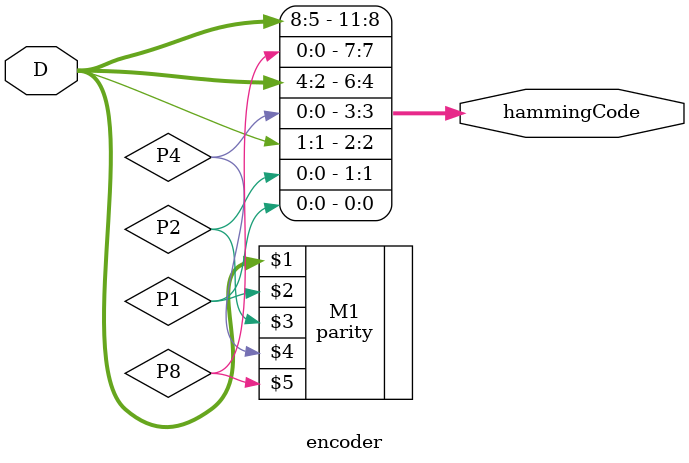
<source format=v>
`timescale 1ns / 1ps
module encoder(input [8:1]D,output [12:1]hammingCode);
wire P1,P2,P4,P8;
parity M1(D, P1,P2,P4,P8);
assign hammingCode[1]=P1;
assign hammingCode[2]=P2;
assign hammingCode[3]=D[1];
assign hammingCode[4]=P4;
assign hammingCode[5]=D[2];
assign hammingCode[6]=D[3];
assign hammingCode[7]=D[4];
assign hammingCode[8]=P8;
assign hammingCode[9]=D[5];
assign hammingCode[10]=D[6];
assign hammingCode[11]=D[7];
assign hammingCode[12]=D[8];
endmodule

</source>
